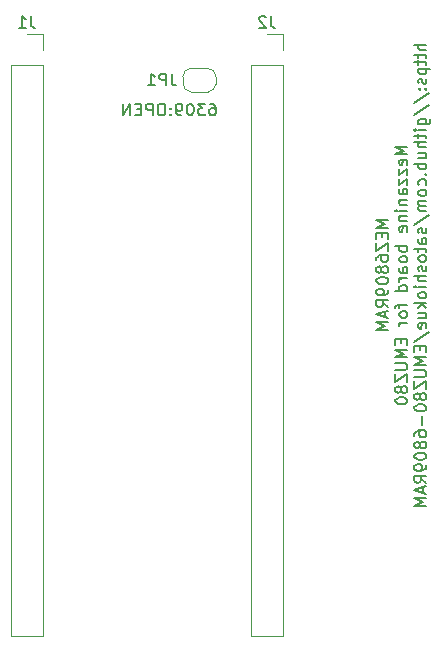
<source format=gbo>
G04 #@! TF.GenerationSoftware,KiCad,Pcbnew,(6.0.10-0)*
G04 #@! TF.CreationDate,2022-12-27T18:05:12+09:00*
G04 #@! TF.ProjectId,MEZ6809RAM,4d455a36-3830-4395-9241-4d2e6b696361,A*
G04 #@! TF.SameCoordinates,PX5f5e100PY8f0d180*
G04 #@! TF.FileFunction,Legend,Bot*
G04 #@! TF.FilePolarity,Positive*
%FSLAX46Y46*%
G04 Gerber Fmt 4.6, Leading zero omitted, Abs format (unit mm)*
G04 Created by KiCad (PCBNEW (6.0.10-0)) date 2022-12-27 18:05:12*
%MOMM*%
%LPD*%
G01*
G04 APERTURE LIST*
%ADD10C,0.150000*%
%ADD11C,0.120000*%
G04 APERTURE END LIST*
D10*
X19348690Y46902620D02*
X19539166Y46902620D01*
X19634404Y46855000D01*
X19682023Y46807381D01*
X19777261Y46664524D01*
X19824880Y46474048D01*
X19824880Y46093096D01*
X19777261Y45997858D01*
X19729642Y45950239D01*
X19634404Y45902620D01*
X19443928Y45902620D01*
X19348690Y45950239D01*
X19301071Y45997858D01*
X19253452Y46093096D01*
X19253452Y46331191D01*
X19301071Y46426429D01*
X19348690Y46474048D01*
X19443928Y46521667D01*
X19634404Y46521667D01*
X19729642Y46474048D01*
X19777261Y46426429D01*
X19824880Y46331191D01*
X18920119Y46902620D02*
X18301071Y46902620D01*
X18634404Y46521667D01*
X18491547Y46521667D01*
X18396309Y46474048D01*
X18348690Y46426429D01*
X18301071Y46331191D01*
X18301071Y46093096D01*
X18348690Y45997858D01*
X18396309Y45950239D01*
X18491547Y45902620D01*
X18777261Y45902620D01*
X18872500Y45950239D01*
X18920119Y45997858D01*
X17682023Y46902620D02*
X17586785Y46902620D01*
X17491547Y46855000D01*
X17443928Y46807381D01*
X17396309Y46712143D01*
X17348690Y46521667D01*
X17348690Y46283572D01*
X17396309Y46093096D01*
X17443928Y45997858D01*
X17491547Y45950239D01*
X17586785Y45902620D01*
X17682023Y45902620D01*
X17777261Y45950239D01*
X17824880Y45997858D01*
X17872500Y46093096D01*
X17920119Y46283572D01*
X17920119Y46521667D01*
X17872500Y46712143D01*
X17824880Y46807381D01*
X17777261Y46855000D01*
X17682023Y46902620D01*
X16872500Y45902620D02*
X16682023Y45902620D01*
X16586785Y45950239D01*
X16539166Y45997858D01*
X16443928Y46140715D01*
X16396309Y46331191D01*
X16396309Y46712143D01*
X16443928Y46807381D01*
X16491547Y46855000D01*
X16586785Y46902620D01*
X16777261Y46902620D01*
X16872500Y46855000D01*
X16920119Y46807381D01*
X16967738Y46712143D01*
X16967738Y46474048D01*
X16920119Y46378810D01*
X16872500Y46331191D01*
X16777261Y46283572D01*
X16586785Y46283572D01*
X16491547Y46331191D01*
X16443928Y46378810D01*
X16396309Y46474048D01*
X15967738Y45997858D02*
X15920119Y45950239D01*
X15967738Y45902620D01*
X16015357Y45950239D01*
X15967738Y45997858D01*
X15967738Y45902620D01*
X15967738Y46521667D02*
X15920119Y46474048D01*
X15967738Y46426429D01*
X16015357Y46474048D01*
X15967738Y46521667D01*
X15967738Y46426429D01*
X15301071Y46902620D02*
X15110595Y46902620D01*
X15015357Y46855000D01*
X14920119Y46759762D01*
X14872500Y46569286D01*
X14872500Y46235953D01*
X14920119Y46045477D01*
X15015357Y45950239D01*
X15110595Y45902620D01*
X15301071Y45902620D01*
X15396309Y45950239D01*
X15491547Y46045477D01*
X15539166Y46235953D01*
X15539166Y46569286D01*
X15491547Y46759762D01*
X15396309Y46855000D01*
X15301071Y46902620D01*
X14443928Y45902620D02*
X14443928Y46902620D01*
X14062976Y46902620D01*
X13967738Y46855000D01*
X13920119Y46807381D01*
X13872500Y46712143D01*
X13872500Y46569286D01*
X13920119Y46474048D01*
X13967738Y46426429D01*
X14062976Y46378810D01*
X14443928Y46378810D01*
X13443928Y46426429D02*
X13110595Y46426429D01*
X12967738Y45902620D02*
X13443928Y45902620D01*
X13443928Y46902620D01*
X12967738Y46902620D01*
X12539166Y45902620D02*
X12539166Y46902620D01*
X11967738Y45902620D01*
X11967738Y46902620D01*
X34402380Y37051667D02*
X33402380Y37051667D01*
X34116666Y36718334D01*
X33402380Y36385000D01*
X34402380Y36385000D01*
X33878571Y35908810D02*
X33878571Y35575477D01*
X34402380Y35432620D02*
X34402380Y35908810D01*
X33402380Y35908810D01*
X33402380Y35432620D01*
X33402380Y35099286D02*
X33402380Y34432620D01*
X34402380Y35099286D01*
X34402380Y34432620D01*
X33402380Y33623096D02*
X33402380Y33813572D01*
X33450000Y33908810D01*
X33497619Y33956429D01*
X33640476Y34051667D01*
X33830952Y34099286D01*
X34211904Y34099286D01*
X34307142Y34051667D01*
X34354761Y34004048D01*
X34402380Y33908810D01*
X34402380Y33718334D01*
X34354761Y33623096D01*
X34307142Y33575477D01*
X34211904Y33527858D01*
X33973809Y33527858D01*
X33878571Y33575477D01*
X33830952Y33623096D01*
X33783333Y33718334D01*
X33783333Y33908810D01*
X33830952Y34004048D01*
X33878571Y34051667D01*
X33973809Y34099286D01*
X33830952Y32956429D02*
X33783333Y33051667D01*
X33735714Y33099286D01*
X33640476Y33146905D01*
X33592857Y33146905D01*
X33497619Y33099286D01*
X33450000Y33051667D01*
X33402380Y32956429D01*
X33402380Y32765953D01*
X33450000Y32670715D01*
X33497619Y32623096D01*
X33592857Y32575477D01*
X33640476Y32575477D01*
X33735714Y32623096D01*
X33783333Y32670715D01*
X33830952Y32765953D01*
X33830952Y32956429D01*
X33878571Y33051667D01*
X33926190Y33099286D01*
X34021428Y33146905D01*
X34211904Y33146905D01*
X34307142Y33099286D01*
X34354761Y33051667D01*
X34402380Y32956429D01*
X34402380Y32765953D01*
X34354761Y32670715D01*
X34307142Y32623096D01*
X34211904Y32575477D01*
X34021428Y32575477D01*
X33926190Y32623096D01*
X33878571Y32670715D01*
X33830952Y32765953D01*
X33402380Y31956429D02*
X33402380Y31861191D01*
X33450000Y31765953D01*
X33497619Y31718334D01*
X33592857Y31670715D01*
X33783333Y31623096D01*
X34021428Y31623096D01*
X34211904Y31670715D01*
X34307142Y31718334D01*
X34354761Y31765953D01*
X34402380Y31861191D01*
X34402380Y31956429D01*
X34354761Y32051667D01*
X34307142Y32099286D01*
X34211904Y32146905D01*
X34021428Y32194524D01*
X33783333Y32194524D01*
X33592857Y32146905D01*
X33497619Y32099286D01*
X33450000Y32051667D01*
X33402380Y31956429D01*
X34402380Y31146905D02*
X34402380Y30956429D01*
X34354761Y30861191D01*
X34307142Y30813572D01*
X34164285Y30718334D01*
X33973809Y30670715D01*
X33592857Y30670715D01*
X33497619Y30718334D01*
X33450000Y30765953D01*
X33402380Y30861191D01*
X33402380Y31051667D01*
X33450000Y31146905D01*
X33497619Y31194524D01*
X33592857Y31242143D01*
X33830952Y31242143D01*
X33926190Y31194524D01*
X33973809Y31146905D01*
X34021428Y31051667D01*
X34021428Y30861191D01*
X33973809Y30765953D01*
X33926190Y30718334D01*
X33830952Y30670715D01*
X34402380Y29670715D02*
X33926190Y30004048D01*
X34402380Y30242143D02*
X33402380Y30242143D01*
X33402380Y29861191D01*
X33450000Y29765953D01*
X33497619Y29718334D01*
X33592857Y29670715D01*
X33735714Y29670715D01*
X33830952Y29718334D01*
X33878571Y29765953D01*
X33926190Y29861191D01*
X33926190Y30242143D01*
X34116666Y29289762D02*
X34116666Y28813572D01*
X34402380Y29385000D02*
X33402380Y29051667D01*
X34402380Y28718334D01*
X34402380Y28385000D02*
X33402380Y28385000D01*
X34116666Y28051667D01*
X33402380Y27718334D01*
X34402380Y27718334D01*
X36012380Y43265953D02*
X35012380Y43265953D01*
X35726666Y42932620D01*
X35012380Y42599286D01*
X36012380Y42599286D01*
X35964761Y41742143D02*
X36012380Y41837381D01*
X36012380Y42027858D01*
X35964761Y42123096D01*
X35869523Y42170715D01*
X35488571Y42170715D01*
X35393333Y42123096D01*
X35345714Y42027858D01*
X35345714Y41837381D01*
X35393333Y41742143D01*
X35488571Y41694524D01*
X35583809Y41694524D01*
X35679047Y42170715D01*
X35345714Y41361191D02*
X35345714Y40837381D01*
X36012380Y41361191D01*
X36012380Y40837381D01*
X35345714Y40551667D02*
X35345714Y40027858D01*
X36012380Y40551667D01*
X36012380Y40027858D01*
X36012380Y39218334D02*
X35488571Y39218334D01*
X35393333Y39265953D01*
X35345714Y39361191D01*
X35345714Y39551667D01*
X35393333Y39646905D01*
X35964761Y39218334D02*
X36012380Y39313572D01*
X36012380Y39551667D01*
X35964761Y39646905D01*
X35869523Y39694524D01*
X35774285Y39694524D01*
X35679047Y39646905D01*
X35631428Y39551667D01*
X35631428Y39313572D01*
X35583809Y39218334D01*
X35345714Y38742143D02*
X36012380Y38742143D01*
X35440952Y38742143D02*
X35393333Y38694524D01*
X35345714Y38599286D01*
X35345714Y38456429D01*
X35393333Y38361191D01*
X35488571Y38313572D01*
X36012380Y38313572D01*
X36012380Y37837381D02*
X35345714Y37837381D01*
X35012380Y37837381D02*
X35060000Y37885000D01*
X35107619Y37837381D01*
X35060000Y37789762D01*
X35012380Y37837381D01*
X35107619Y37837381D01*
X35345714Y37361191D02*
X36012380Y37361191D01*
X35440952Y37361191D02*
X35393333Y37313572D01*
X35345714Y37218334D01*
X35345714Y37075477D01*
X35393333Y36980239D01*
X35488571Y36932620D01*
X36012380Y36932620D01*
X35964761Y36075477D02*
X36012380Y36170715D01*
X36012380Y36361191D01*
X35964761Y36456429D01*
X35869523Y36504048D01*
X35488571Y36504048D01*
X35393333Y36456429D01*
X35345714Y36361191D01*
X35345714Y36170715D01*
X35393333Y36075477D01*
X35488571Y36027858D01*
X35583809Y36027858D01*
X35679047Y36504048D01*
X36012380Y34837381D02*
X35012380Y34837381D01*
X35393333Y34837381D02*
X35345714Y34742143D01*
X35345714Y34551667D01*
X35393333Y34456429D01*
X35440952Y34408810D01*
X35536190Y34361191D01*
X35821904Y34361191D01*
X35917142Y34408810D01*
X35964761Y34456429D01*
X36012380Y34551667D01*
X36012380Y34742143D01*
X35964761Y34837381D01*
X36012380Y33789762D02*
X35964761Y33885000D01*
X35917142Y33932620D01*
X35821904Y33980239D01*
X35536190Y33980239D01*
X35440952Y33932620D01*
X35393333Y33885000D01*
X35345714Y33789762D01*
X35345714Y33646905D01*
X35393333Y33551667D01*
X35440952Y33504048D01*
X35536190Y33456429D01*
X35821904Y33456429D01*
X35917142Y33504048D01*
X35964761Y33551667D01*
X36012380Y33646905D01*
X36012380Y33789762D01*
X36012380Y32599286D02*
X35488571Y32599286D01*
X35393333Y32646905D01*
X35345714Y32742143D01*
X35345714Y32932620D01*
X35393333Y33027858D01*
X35964761Y32599286D02*
X36012380Y32694524D01*
X36012380Y32932620D01*
X35964761Y33027858D01*
X35869523Y33075477D01*
X35774285Y33075477D01*
X35679047Y33027858D01*
X35631428Y32932620D01*
X35631428Y32694524D01*
X35583809Y32599286D01*
X36012380Y32123096D02*
X35345714Y32123096D01*
X35536190Y32123096D02*
X35440952Y32075477D01*
X35393333Y32027858D01*
X35345714Y31932620D01*
X35345714Y31837381D01*
X36012380Y31075477D02*
X35012380Y31075477D01*
X35964761Y31075477D02*
X36012380Y31170715D01*
X36012380Y31361191D01*
X35964761Y31456429D01*
X35917142Y31504048D01*
X35821904Y31551667D01*
X35536190Y31551667D01*
X35440952Y31504048D01*
X35393333Y31456429D01*
X35345714Y31361191D01*
X35345714Y31170715D01*
X35393333Y31075477D01*
X35345714Y29980239D02*
X35345714Y29599286D01*
X36012380Y29837381D02*
X35155238Y29837381D01*
X35060000Y29789762D01*
X35012380Y29694524D01*
X35012380Y29599286D01*
X36012380Y29123096D02*
X35964761Y29218334D01*
X35917142Y29265953D01*
X35821904Y29313572D01*
X35536190Y29313572D01*
X35440952Y29265953D01*
X35393333Y29218334D01*
X35345714Y29123096D01*
X35345714Y28980239D01*
X35393333Y28885000D01*
X35440952Y28837381D01*
X35536190Y28789762D01*
X35821904Y28789762D01*
X35917142Y28837381D01*
X35964761Y28885000D01*
X36012380Y28980239D01*
X36012380Y29123096D01*
X36012380Y28361191D02*
X35345714Y28361191D01*
X35536190Y28361191D02*
X35440952Y28313572D01*
X35393333Y28265953D01*
X35345714Y28170715D01*
X35345714Y28075477D01*
X35488571Y26980239D02*
X35488571Y26646905D01*
X36012380Y26504048D02*
X36012380Y26980239D01*
X35012380Y26980239D01*
X35012380Y26504048D01*
X36012380Y26075477D02*
X35012380Y26075477D01*
X35726666Y25742143D01*
X35012380Y25408810D01*
X36012380Y25408810D01*
X35012380Y24932620D02*
X35821904Y24932620D01*
X35917142Y24885000D01*
X35964761Y24837381D01*
X36012380Y24742143D01*
X36012380Y24551667D01*
X35964761Y24456429D01*
X35917142Y24408810D01*
X35821904Y24361191D01*
X35012380Y24361191D01*
X35012380Y23980239D02*
X35012380Y23313572D01*
X36012380Y23980239D01*
X36012380Y23313572D01*
X35440952Y22789762D02*
X35393333Y22885000D01*
X35345714Y22932620D01*
X35250476Y22980239D01*
X35202857Y22980239D01*
X35107619Y22932620D01*
X35060000Y22885000D01*
X35012380Y22789762D01*
X35012380Y22599286D01*
X35060000Y22504048D01*
X35107619Y22456429D01*
X35202857Y22408810D01*
X35250476Y22408810D01*
X35345714Y22456429D01*
X35393333Y22504048D01*
X35440952Y22599286D01*
X35440952Y22789762D01*
X35488571Y22885000D01*
X35536190Y22932620D01*
X35631428Y22980239D01*
X35821904Y22980239D01*
X35917142Y22932620D01*
X35964761Y22885000D01*
X36012380Y22789762D01*
X36012380Y22599286D01*
X35964761Y22504048D01*
X35917142Y22456429D01*
X35821904Y22408810D01*
X35631428Y22408810D01*
X35536190Y22456429D01*
X35488571Y22504048D01*
X35440952Y22599286D01*
X35012380Y21789762D02*
X35012380Y21694524D01*
X35060000Y21599286D01*
X35107619Y21551667D01*
X35202857Y21504048D01*
X35393333Y21456429D01*
X35631428Y21456429D01*
X35821904Y21504048D01*
X35917142Y21551667D01*
X35964761Y21599286D01*
X36012380Y21694524D01*
X36012380Y21789762D01*
X35964761Y21885000D01*
X35917142Y21932620D01*
X35821904Y21980239D01*
X35631428Y22027858D01*
X35393333Y22027858D01*
X35202857Y21980239D01*
X35107619Y21932620D01*
X35060000Y21885000D01*
X35012380Y21789762D01*
X37622380Y51908810D02*
X36622380Y51908810D01*
X37622380Y51480239D02*
X37098571Y51480239D01*
X37003333Y51527858D01*
X36955714Y51623096D01*
X36955714Y51765953D01*
X37003333Y51861191D01*
X37050952Y51908810D01*
X36955714Y51146905D02*
X36955714Y50765953D01*
X36622380Y51004048D02*
X37479523Y51004048D01*
X37574761Y50956429D01*
X37622380Y50861191D01*
X37622380Y50765953D01*
X36955714Y50575477D02*
X36955714Y50194524D01*
X36622380Y50432620D02*
X37479523Y50432620D01*
X37574761Y50385000D01*
X37622380Y50289762D01*
X37622380Y50194524D01*
X36955714Y49861191D02*
X37955714Y49861191D01*
X37003333Y49861191D02*
X36955714Y49765953D01*
X36955714Y49575477D01*
X37003333Y49480239D01*
X37050952Y49432620D01*
X37146190Y49385000D01*
X37431904Y49385000D01*
X37527142Y49432620D01*
X37574761Y49480239D01*
X37622380Y49575477D01*
X37622380Y49765953D01*
X37574761Y49861191D01*
X37574761Y49004048D02*
X37622380Y48908810D01*
X37622380Y48718334D01*
X37574761Y48623096D01*
X37479523Y48575477D01*
X37431904Y48575477D01*
X37336666Y48623096D01*
X37289047Y48718334D01*
X37289047Y48861191D01*
X37241428Y48956429D01*
X37146190Y49004048D01*
X37098571Y49004048D01*
X37003333Y48956429D01*
X36955714Y48861191D01*
X36955714Y48718334D01*
X37003333Y48623096D01*
X37527142Y48146905D02*
X37574761Y48099286D01*
X37622380Y48146905D01*
X37574761Y48194524D01*
X37527142Y48146905D01*
X37622380Y48146905D01*
X37003333Y48146905D02*
X37050952Y48099286D01*
X37098571Y48146905D01*
X37050952Y48194524D01*
X37003333Y48146905D01*
X37098571Y48146905D01*
X36574761Y46956429D02*
X37860476Y47813572D01*
X36574761Y45908810D02*
X37860476Y46765953D01*
X36955714Y45146905D02*
X37765238Y45146905D01*
X37860476Y45194524D01*
X37908095Y45242143D01*
X37955714Y45337381D01*
X37955714Y45480239D01*
X37908095Y45575477D01*
X37574761Y45146905D02*
X37622380Y45242143D01*
X37622380Y45432620D01*
X37574761Y45527858D01*
X37527142Y45575477D01*
X37431904Y45623096D01*
X37146190Y45623096D01*
X37050952Y45575477D01*
X37003333Y45527858D01*
X36955714Y45432620D01*
X36955714Y45242143D01*
X37003333Y45146905D01*
X37622380Y44670715D02*
X36955714Y44670715D01*
X36622380Y44670715D02*
X36670000Y44718334D01*
X36717619Y44670715D01*
X36670000Y44623096D01*
X36622380Y44670715D01*
X36717619Y44670715D01*
X36955714Y44337381D02*
X36955714Y43956429D01*
X36622380Y44194524D02*
X37479523Y44194524D01*
X37574761Y44146905D01*
X37622380Y44051667D01*
X37622380Y43956429D01*
X37622380Y43623096D02*
X36622380Y43623096D01*
X37622380Y43194524D02*
X37098571Y43194524D01*
X37003333Y43242143D01*
X36955714Y43337381D01*
X36955714Y43480239D01*
X37003333Y43575477D01*
X37050952Y43623096D01*
X36955714Y42289762D02*
X37622380Y42289762D01*
X36955714Y42718334D02*
X37479523Y42718334D01*
X37574761Y42670715D01*
X37622380Y42575477D01*
X37622380Y42432620D01*
X37574761Y42337381D01*
X37527142Y42289762D01*
X37622380Y41813572D02*
X36622380Y41813572D01*
X37003333Y41813572D02*
X36955714Y41718334D01*
X36955714Y41527858D01*
X37003333Y41432620D01*
X37050952Y41385000D01*
X37146190Y41337381D01*
X37431904Y41337381D01*
X37527142Y41385000D01*
X37574761Y41432620D01*
X37622380Y41527858D01*
X37622380Y41718334D01*
X37574761Y41813572D01*
X37527142Y40908810D02*
X37574761Y40861191D01*
X37622380Y40908810D01*
X37574761Y40956429D01*
X37527142Y40908810D01*
X37622380Y40908810D01*
X37574761Y40004048D02*
X37622380Y40099286D01*
X37622380Y40289762D01*
X37574761Y40385000D01*
X37527142Y40432620D01*
X37431904Y40480239D01*
X37146190Y40480239D01*
X37050952Y40432620D01*
X37003333Y40385000D01*
X36955714Y40289762D01*
X36955714Y40099286D01*
X37003333Y40004048D01*
X37622380Y39432620D02*
X37574761Y39527858D01*
X37527142Y39575477D01*
X37431904Y39623096D01*
X37146190Y39623096D01*
X37050952Y39575477D01*
X37003333Y39527858D01*
X36955714Y39432620D01*
X36955714Y39289762D01*
X37003333Y39194524D01*
X37050952Y39146905D01*
X37146190Y39099286D01*
X37431904Y39099286D01*
X37527142Y39146905D01*
X37574761Y39194524D01*
X37622380Y39289762D01*
X37622380Y39432620D01*
X37622380Y38670715D02*
X36955714Y38670715D01*
X37050952Y38670715D02*
X37003333Y38623096D01*
X36955714Y38527858D01*
X36955714Y38385000D01*
X37003333Y38289762D01*
X37098571Y38242143D01*
X37622380Y38242143D01*
X37098571Y38242143D02*
X37003333Y38194524D01*
X36955714Y38099286D01*
X36955714Y37956429D01*
X37003333Y37861191D01*
X37098571Y37813572D01*
X37622380Y37813572D01*
X36574761Y36623096D02*
X37860476Y37480239D01*
X37574761Y36337381D02*
X37622380Y36242143D01*
X37622380Y36051667D01*
X37574761Y35956429D01*
X37479523Y35908810D01*
X37431904Y35908810D01*
X37336666Y35956429D01*
X37289047Y36051667D01*
X37289047Y36194524D01*
X37241428Y36289762D01*
X37146190Y36337381D01*
X37098571Y36337381D01*
X37003333Y36289762D01*
X36955714Y36194524D01*
X36955714Y36051667D01*
X37003333Y35956429D01*
X37622380Y35051667D02*
X37098571Y35051667D01*
X37003333Y35099286D01*
X36955714Y35194524D01*
X36955714Y35385000D01*
X37003333Y35480239D01*
X37574761Y35051667D02*
X37622380Y35146905D01*
X37622380Y35385000D01*
X37574761Y35480239D01*
X37479523Y35527858D01*
X37384285Y35527858D01*
X37289047Y35480239D01*
X37241428Y35385000D01*
X37241428Y35146905D01*
X37193809Y35051667D01*
X36955714Y34718334D02*
X36955714Y34337381D01*
X36622380Y34575477D02*
X37479523Y34575477D01*
X37574761Y34527858D01*
X37622380Y34432620D01*
X37622380Y34337381D01*
X37622380Y33861191D02*
X37574761Y33956429D01*
X37527142Y34004048D01*
X37431904Y34051667D01*
X37146190Y34051667D01*
X37050952Y34004048D01*
X37003333Y33956429D01*
X36955714Y33861191D01*
X36955714Y33718334D01*
X37003333Y33623096D01*
X37050952Y33575477D01*
X37146190Y33527858D01*
X37431904Y33527858D01*
X37527142Y33575477D01*
X37574761Y33623096D01*
X37622380Y33718334D01*
X37622380Y33861191D01*
X37574761Y33146905D02*
X37622380Y33051667D01*
X37622380Y32861191D01*
X37574761Y32765953D01*
X37479523Y32718334D01*
X37431904Y32718334D01*
X37336666Y32765953D01*
X37289047Y32861191D01*
X37289047Y33004048D01*
X37241428Y33099286D01*
X37146190Y33146905D01*
X37098571Y33146905D01*
X37003333Y33099286D01*
X36955714Y33004048D01*
X36955714Y32861191D01*
X37003333Y32765953D01*
X37622380Y32289762D02*
X36622380Y32289762D01*
X37622380Y31861191D02*
X37098571Y31861191D01*
X37003333Y31908810D01*
X36955714Y32004048D01*
X36955714Y32146905D01*
X37003333Y32242143D01*
X37050952Y32289762D01*
X37622380Y31385000D02*
X36955714Y31385000D01*
X36622380Y31385000D02*
X36670000Y31432620D01*
X36717619Y31385000D01*
X36670000Y31337381D01*
X36622380Y31385000D01*
X36717619Y31385000D01*
X37622380Y30765953D02*
X37574761Y30861191D01*
X37527142Y30908810D01*
X37431904Y30956429D01*
X37146190Y30956429D01*
X37050952Y30908810D01*
X37003333Y30861191D01*
X36955714Y30765953D01*
X36955714Y30623096D01*
X37003333Y30527858D01*
X37050952Y30480239D01*
X37146190Y30432620D01*
X37431904Y30432620D01*
X37527142Y30480239D01*
X37574761Y30527858D01*
X37622380Y30623096D01*
X37622380Y30765953D01*
X37622380Y30004048D02*
X36622380Y30004048D01*
X37241428Y29908810D02*
X37622380Y29623096D01*
X36955714Y29623096D02*
X37336666Y30004048D01*
X36955714Y28765953D02*
X37622380Y28765953D01*
X36955714Y29194524D02*
X37479523Y29194524D01*
X37574761Y29146905D01*
X37622380Y29051667D01*
X37622380Y28908810D01*
X37574761Y28813572D01*
X37527142Y28765953D01*
X37574761Y27908810D02*
X37622380Y28004048D01*
X37622380Y28194524D01*
X37574761Y28289762D01*
X37479523Y28337381D01*
X37098571Y28337381D01*
X37003333Y28289762D01*
X36955714Y28194524D01*
X36955714Y28004048D01*
X37003333Y27908810D01*
X37098571Y27861191D01*
X37193809Y27861191D01*
X37289047Y28337381D01*
X36574761Y26718334D02*
X37860476Y27575477D01*
X37098571Y26385000D02*
X37098571Y26051667D01*
X37622380Y25908810D02*
X37622380Y26385000D01*
X36622380Y26385000D01*
X36622380Y25908810D01*
X37622380Y25480239D02*
X36622380Y25480239D01*
X37336666Y25146905D01*
X36622380Y24813572D01*
X37622380Y24813572D01*
X36622380Y24337381D02*
X37431904Y24337381D01*
X37527142Y24289762D01*
X37574761Y24242143D01*
X37622380Y24146905D01*
X37622380Y23956429D01*
X37574761Y23861191D01*
X37527142Y23813572D01*
X37431904Y23765953D01*
X36622380Y23765953D01*
X36622380Y23385000D02*
X36622380Y22718334D01*
X37622380Y23385000D01*
X37622380Y22718334D01*
X37050952Y22194524D02*
X37003333Y22289762D01*
X36955714Y22337381D01*
X36860476Y22385001D01*
X36812857Y22385001D01*
X36717619Y22337381D01*
X36670000Y22289762D01*
X36622380Y22194524D01*
X36622380Y22004048D01*
X36670000Y21908810D01*
X36717619Y21861191D01*
X36812857Y21813572D01*
X36860476Y21813572D01*
X36955714Y21861191D01*
X37003333Y21908810D01*
X37050952Y22004048D01*
X37050952Y22194524D01*
X37098571Y22289762D01*
X37146190Y22337381D01*
X37241428Y22385001D01*
X37431904Y22385001D01*
X37527142Y22337381D01*
X37574761Y22289762D01*
X37622380Y22194524D01*
X37622380Y22004048D01*
X37574761Y21908810D01*
X37527142Y21861191D01*
X37431904Y21813572D01*
X37241428Y21813572D01*
X37146190Y21861191D01*
X37098571Y21908810D01*
X37050952Y22004048D01*
X36622380Y21194524D02*
X36622380Y21099286D01*
X36670000Y21004048D01*
X36717619Y20956429D01*
X36812857Y20908810D01*
X37003333Y20861191D01*
X37241428Y20861191D01*
X37431904Y20908810D01*
X37527142Y20956429D01*
X37574761Y21004048D01*
X37622380Y21099286D01*
X37622380Y21194524D01*
X37574761Y21289762D01*
X37527142Y21337381D01*
X37431904Y21385001D01*
X37241428Y21432620D01*
X37003333Y21432620D01*
X36812857Y21385001D01*
X36717619Y21337381D01*
X36670000Y21289762D01*
X36622380Y21194524D01*
X37241428Y20432620D02*
X37241428Y19670715D01*
X36622380Y18765953D02*
X36622380Y18956429D01*
X36670000Y19051667D01*
X36717619Y19099286D01*
X36860476Y19194524D01*
X37050952Y19242143D01*
X37431904Y19242143D01*
X37527142Y19194524D01*
X37574761Y19146905D01*
X37622380Y19051667D01*
X37622380Y18861191D01*
X37574761Y18765953D01*
X37527142Y18718334D01*
X37431904Y18670715D01*
X37193809Y18670715D01*
X37098571Y18718334D01*
X37050952Y18765953D01*
X37003333Y18861191D01*
X37003333Y19051667D01*
X37050952Y19146905D01*
X37098571Y19194524D01*
X37193809Y19242143D01*
X37050952Y18099286D02*
X37003333Y18194524D01*
X36955714Y18242143D01*
X36860476Y18289762D01*
X36812857Y18289762D01*
X36717619Y18242143D01*
X36670000Y18194524D01*
X36622380Y18099286D01*
X36622380Y17908810D01*
X36670000Y17813572D01*
X36717619Y17765953D01*
X36812857Y17718334D01*
X36860476Y17718334D01*
X36955714Y17765953D01*
X37003333Y17813572D01*
X37050952Y17908810D01*
X37050952Y18099286D01*
X37098571Y18194524D01*
X37146190Y18242143D01*
X37241428Y18289762D01*
X37431904Y18289762D01*
X37527142Y18242143D01*
X37574761Y18194524D01*
X37622380Y18099286D01*
X37622380Y17908810D01*
X37574761Y17813572D01*
X37527142Y17765953D01*
X37431904Y17718334D01*
X37241428Y17718334D01*
X37146190Y17765953D01*
X37098571Y17813572D01*
X37050952Y17908810D01*
X36622380Y17099286D02*
X36622380Y17004048D01*
X36670000Y16908810D01*
X36717619Y16861191D01*
X36812857Y16813572D01*
X37003333Y16765953D01*
X37241428Y16765953D01*
X37431904Y16813572D01*
X37527142Y16861191D01*
X37574761Y16908810D01*
X37622380Y17004048D01*
X37622380Y17099286D01*
X37574761Y17194524D01*
X37527142Y17242143D01*
X37431904Y17289762D01*
X37241428Y17337381D01*
X37003333Y17337381D01*
X36812857Y17289762D01*
X36717619Y17242143D01*
X36670000Y17194524D01*
X36622380Y17099286D01*
X37622380Y16289762D02*
X37622380Y16099286D01*
X37574761Y16004048D01*
X37527142Y15956429D01*
X37384285Y15861191D01*
X37193809Y15813572D01*
X36812857Y15813572D01*
X36717619Y15861191D01*
X36670000Y15908810D01*
X36622380Y16004048D01*
X36622380Y16194524D01*
X36670000Y16289762D01*
X36717619Y16337381D01*
X36812857Y16385001D01*
X37050952Y16385001D01*
X37146190Y16337381D01*
X37193809Y16289762D01*
X37241428Y16194524D01*
X37241428Y16004048D01*
X37193809Y15908810D01*
X37146190Y15861191D01*
X37050952Y15813572D01*
X37622380Y14813572D02*
X37146190Y15146905D01*
X37622380Y15385000D02*
X36622380Y15385000D01*
X36622380Y15004048D01*
X36670000Y14908810D01*
X36717619Y14861191D01*
X36812857Y14813572D01*
X36955714Y14813572D01*
X37050952Y14861191D01*
X37098571Y14908810D01*
X37146190Y15004048D01*
X37146190Y15385000D01*
X37336666Y14432620D02*
X37336666Y13956429D01*
X37622380Y14527858D02*
X36622380Y14194524D01*
X37622380Y13861191D01*
X37622380Y13527858D02*
X36622380Y13527858D01*
X37336666Y13194524D01*
X36622380Y12861191D01*
X37622380Y12861191D01*
X16070833Y49442620D02*
X16070833Y48728334D01*
X16118452Y48585477D01*
X16213690Y48490239D01*
X16356547Y48442620D01*
X16451785Y48442620D01*
X15594642Y48442620D02*
X15594642Y49442620D01*
X15213690Y49442620D01*
X15118452Y49395000D01*
X15070833Y49347381D01*
X15023214Y49252143D01*
X15023214Y49109286D01*
X15070833Y49014048D01*
X15118452Y48966429D01*
X15213690Y48918810D01*
X15594642Y48918810D01*
X14070833Y48442620D02*
X14642261Y48442620D01*
X14356547Y48442620D02*
X14356547Y49442620D01*
X14451785Y49299762D01*
X14547023Y49204524D01*
X14642261Y49156905D01*
X24465833Y54317620D02*
X24465833Y53603334D01*
X24513452Y53460477D01*
X24608690Y53365239D01*
X24751547Y53317620D01*
X24846785Y53317620D01*
X24037261Y54222381D02*
X23989642Y54270000D01*
X23894404Y54317620D01*
X23656309Y54317620D01*
X23561071Y54270000D01*
X23513452Y54222381D01*
X23465833Y54127143D01*
X23465833Y54031905D01*
X23513452Y53889048D01*
X24084880Y53317620D01*
X23465833Y53317620D01*
X4145833Y54317620D02*
X4145833Y53603334D01*
X4193452Y53460477D01*
X4288690Y53365239D01*
X4431547Y53317620D01*
X4526785Y53317620D01*
X3145833Y53317620D02*
X3717261Y53317620D01*
X3431547Y53317620D02*
X3431547Y54317620D01*
X3526785Y54174762D01*
X3622023Y54079524D01*
X3717261Y54031905D01*
D11*
X17715000Y47895000D02*
X19115000Y47895000D01*
X19815000Y48595000D02*
X19815000Y49195000D01*
X17015000Y49195000D02*
X17015000Y48595000D01*
X19115000Y49895000D02*
X17715000Y49895000D01*
X19115000Y47895000D02*
G75*
G03*
X19815000Y48595000I1J699999D01*
G01*
X17715000Y49895000D02*
G75*
G03*
X17015000Y49195000I0J-700000D01*
G01*
X19815000Y49195000D02*
G75*
G03*
X19115000Y49895000I-699999J1D01*
G01*
X17015000Y48595000D02*
G75*
G03*
X17715000Y47895000I700000J0D01*
G01*
X25462500Y50170000D02*
X22802500Y50170000D01*
X25462500Y52770000D02*
X24132500Y52770000D01*
X25462500Y51440000D02*
X25462500Y52770000D01*
X25462500Y50170000D02*
X25462500Y1850000D01*
X22802500Y50170000D02*
X22802500Y1850000D01*
X25462500Y1850000D02*
X22802500Y1850000D01*
X5142500Y50170000D02*
X2482500Y50170000D01*
X2482500Y50170000D02*
X2482500Y1850000D01*
X5142500Y52770000D02*
X3812500Y52770000D01*
X5142500Y1850000D02*
X2482500Y1850000D01*
X5142500Y51440000D02*
X5142500Y52770000D01*
X5142500Y50170000D02*
X5142500Y1850000D01*
M02*

</source>
